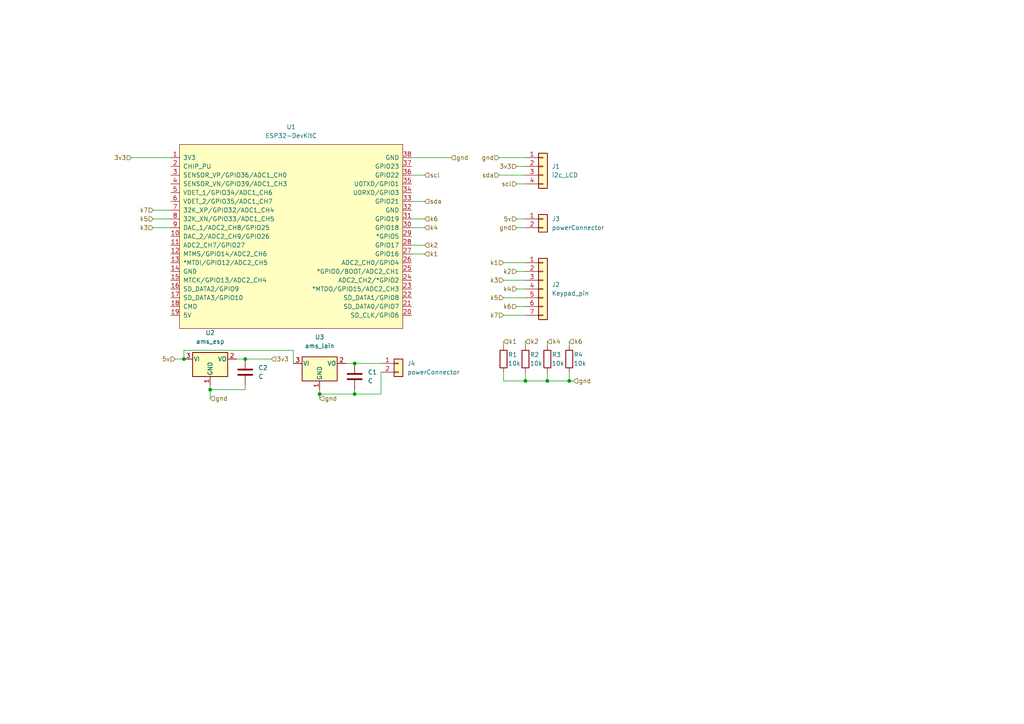
<source format=kicad_sch>
(kicad_sch (version 20211123) (generator eeschema)

  (uuid d4dfff4a-9d6b-4df6-b7ec-a961574d3198)

  (paper "A4")

  (lib_symbols
    (symbol "Connector_Generic:Conn_01x02" (pin_names (offset 1.016) hide) (in_bom yes) (on_board yes)
      (property "Reference" "J" (id 0) (at 0 2.54 0)
        (effects (font (size 1.27 1.27)))
      )
      (property "Value" "Conn_01x02" (id 1) (at 0 -5.08 0)
        (effects (font (size 1.27 1.27)))
      )
      (property "Footprint" "" (id 2) (at 0 0 0)
        (effects (font (size 1.27 1.27)) hide)
      )
      (property "Datasheet" "~" (id 3) (at 0 0 0)
        (effects (font (size 1.27 1.27)) hide)
      )
      (property "ki_keywords" "connector" (id 4) (at 0 0 0)
        (effects (font (size 1.27 1.27)) hide)
      )
      (property "ki_description" "Generic connector, single row, 01x02, script generated (kicad-library-utils/schlib/autogen/connector/)" (id 5) (at 0 0 0)
        (effects (font (size 1.27 1.27)) hide)
      )
      (property "ki_fp_filters" "Connector*:*_1x??_*" (id 6) (at 0 0 0)
        (effects (font (size 1.27 1.27)) hide)
      )
      (symbol "Conn_01x02_1_1"
        (rectangle (start -1.27 -2.413) (end 0 -2.667)
          (stroke (width 0.1524) (type default) (color 0 0 0 0))
          (fill (type none))
        )
        (rectangle (start -1.27 0.127) (end 0 -0.127)
          (stroke (width 0.1524) (type default) (color 0 0 0 0))
          (fill (type none))
        )
        (rectangle (start -1.27 1.27) (end 1.27 -3.81)
          (stroke (width 0.254) (type default) (color 0 0 0 0))
          (fill (type background))
        )
        (pin passive line (at -5.08 0 0) (length 3.81)
          (name "Pin_1" (effects (font (size 1.27 1.27))))
          (number "1" (effects (font (size 1.27 1.27))))
        )
        (pin passive line (at -5.08 -2.54 0) (length 3.81)
          (name "Pin_2" (effects (font (size 1.27 1.27))))
          (number "2" (effects (font (size 1.27 1.27))))
        )
      )
    )
    (symbol "Connector_Generic:Conn_01x04" (pin_names (offset 1.016) hide) (in_bom yes) (on_board yes)
      (property "Reference" "J" (id 0) (at 0 5.08 0)
        (effects (font (size 1.27 1.27)))
      )
      (property "Value" "Conn_01x04" (id 1) (at 0 -7.62 0)
        (effects (font (size 1.27 1.27)))
      )
      (property "Footprint" "" (id 2) (at 0 0 0)
        (effects (font (size 1.27 1.27)) hide)
      )
      (property "Datasheet" "~" (id 3) (at 0 0 0)
        (effects (font (size 1.27 1.27)) hide)
      )
      (property "ki_keywords" "connector" (id 4) (at 0 0 0)
        (effects (font (size 1.27 1.27)) hide)
      )
      (property "ki_description" "Generic connector, single row, 01x04, script generated (kicad-library-utils/schlib/autogen/connector/)" (id 5) (at 0 0 0)
        (effects (font (size 1.27 1.27)) hide)
      )
      (property "ki_fp_filters" "Connector*:*_1x??_*" (id 6) (at 0 0 0)
        (effects (font (size 1.27 1.27)) hide)
      )
      (symbol "Conn_01x04_1_1"
        (rectangle (start -1.27 -4.953) (end 0 -5.207)
          (stroke (width 0.1524) (type default) (color 0 0 0 0))
          (fill (type none))
        )
        (rectangle (start -1.27 -2.413) (end 0 -2.667)
          (stroke (width 0.1524) (type default) (color 0 0 0 0))
          (fill (type none))
        )
        (rectangle (start -1.27 0.127) (end 0 -0.127)
          (stroke (width 0.1524) (type default) (color 0 0 0 0))
          (fill (type none))
        )
        (rectangle (start -1.27 2.667) (end 0 2.413)
          (stroke (width 0.1524) (type default) (color 0 0 0 0))
          (fill (type none))
        )
        (rectangle (start -1.27 3.81) (end 1.27 -6.35)
          (stroke (width 0.254) (type default) (color 0 0 0 0))
          (fill (type background))
        )
        (pin passive line (at -5.08 2.54 0) (length 3.81)
          (name "Pin_1" (effects (font (size 1.27 1.27))))
          (number "1" (effects (font (size 1.27 1.27))))
        )
        (pin passive line (at -5.08 0 0) (length 3.81)
          (name "Pin_2" (effects (font (size 1.27 1.27))))
          (number "2" (effects (font (size 1.27 1.27))))
        )
        (pin passive line (at -5.08 -2.54 0) (length 3.81)
          (name "Pin_3" (effects (font (size 1.27 1.27))))
          (number "3" (effects (font (size 1.27 1.27))))
        )
        (pin passive line (at -5.08 -5.08 0) (length 3.81)
          (name "Pin_4" (effects (font (size 1.27 1.27))))
          (number "4" (effects (font (size 1.27 1.27))))
        )
      )
    )
    (symbol "Connector_Generic:Conn_01x07" (pin_names (offset 1.016) hide) (in_bom yes) (on_board yes)
      (property "Reference" "J" (id 0) (at 0 10.16 0)
        (effects (font (size 1.27 1.27)))
      )
      (property "Value" "Conn_01x07" (id 1) (at 0 -10.16 0)
        (effects (font (size 1.27 1.27)))
      )
      (property "Footprint" "" (id 2) (at 0 0 0)
        (effects (font (size 1.27 1.27)) hide)
      )
      (property "Datasheet" "~" (id 3) (at 0 0 0)
        (effects (font (size 1.27 1.27)) hide)
      )
      (property "ki_keywords" "connector" (id 4) (at 0 0 0)
        (effects (font (size 1.27 1.27)) hide)
      )
      (property "ki_description" "Generic connector, single row, 01x07, script generated (kicad-library-utils/schlib/autogen/connector/)" (id 5) (at 0 0 0)
        (effects (font (size 1.27 1.27)) hide)
      )
      (property "ki_fp_filters" "Connector*:*_1x??_*" (id 6) (at 0 0 0)
        (effects (font (size 1.27 1.27)) hide)
      )
      (symbol "Conn_01x07_1_1"
        (rectangle (start -1.27 -7.493) (end 0 -7.747)
          (stroke (width 0.1524) (type default) (color 0 0 0 0))
          (fill (type none))
        )
        (rectangle (start -1.27 -4.953) (end 0 -5.207)
          (stroke (width 0.1524) (type default) (color 0 0 0 0))
          (fill (type none))
        )
        (rectangle (start -1.27 -2.413) (end 0 -2.667)
          (stroke (width 0.1524) (type default) (color 0 0 0 0))
          (fill (type none))
        )
        (rectangle (start -1.27 0.127) (end 0 -0.127)
          (stroke (width 0.1524) (type default) (color 0 0 0 0))
          (fill (type none))
        )
        (rectangle (start -1.27 2.667) (end 0 2.413)
          (stroke (width 0.1524) (type default) (color 0 0 0 0))
          (fill (type none))
        )
        (rectangle (start -1.27 5.207) (end 0 4.953)
          (stroke (width 0.1524) (type default) (color 0 0 0 0))
          (fill (type none))
        )
        (rectangle (start -1.27 7.747) (end 0 7.493)
          (stroke (width 0.1524) (type default) (color 0 0 0 0))
          (fill (type none))
        )
        (rectangle (start -1.27 8.89) (end 1.27 -8.89)
          (stroke (width 0.254) (type default) (color 0 0 0 0))
          (fill (type background))
        )
        (pin passive line (at -5.08 7.62 0) (length 3.81)
          (name "Pin_1" (effects (font (size 1.27 1.27))))
          (number "1" (effects (font (size 1.27 1.27))))
        )
        (pin passive line (at -5.08 5.08 0) (length 3.81)
          (name "Pin_2" (effects (font (size 1.27 1.27))))
          (number "2" (effects (font (size 1.27 1.27))))
        )
        (pin passive line (at -5.08 2.54 0) (length 3.81)
          (name "Pin_3" (effects (font (size 1.27 1.27))))
          (number "3" (effects (font (size 1.27 1.27))))
        )
        (pin passive line (at -5.08 0 0) (length 3.81)
          (name "Pin_4" (effects (font (size 1.27 1.27))))
          (number "4" (effects (font (size 1.27 1.27))))
        )
        (pin passive line (at -5.08 -2.54 0) (length 3.81)
          (name "Pin_5" (effects (font (size 1.27 1.27))))
          (number "5" (effects (font (size 1.27 1.27))))
        )
        (pin passive line (at -5.08 -5.08 0) (length 3.81)
          (name "Pin_6" (effects (font (size 1.27 1.27))))
          (number "6" (effects (font (size 1.27 1.27))))
        )
        (pin passive line (at -5.08 -7.62 0) (length 3.81)
          (name "Pin_7" (effects (font (size 1.27 1.27))))
          (number "7" (effects (font (size 1.27 1.27))))
        )
      )
    )
    (symbol "Device:C" (pin_numbers hide) (pin_names (offset 0.254)) (in_bom yes) (on_board yes)
      (property "Reference" "C" (id 0) (at 0.635 2.54 0)
        (effects (font (size 1.27 1.27)) (justify left))
      )
      (property "Value" "C" (id 1) (at 0.635 -2.54 0)
        (effects (font (size 1.27 1.27)) (justify left))
      )
      (property "Footprint" "" (id 2) (at 0.9652 -3.81 0)
        (effects (font (size 1.27 1.27)) hide)
      )
      (property "Datasheet" "~" (id 3) (at 0 0 0)
        (effects (font (size 1.27 1.27)) hide)
      )
      (property "ki_keywords" "cap capacitor" (id 4) (at 0 0 0)
        (effects (font (size 1.27 1.27)) hide)
      )
      (property "ki_description" "Unpolarized capacitor" (id 5) (at 0 0 0)
        (effects (font (size 1.27 1.27)) hide)
      )
      (property "ki_fp_filters" "C_*" (id 6) (at 0 0 0)
        (effects (font (size 1.27 1.27)) hide)
      )
      (symbol "C_0_1"
        (polyline
          (pts
            (xy -2.032 -0.762)
            (xy 2.032 -0.762)
          )
          (stroke (width 0.508) (type default) (color 0 0 0 0))
          (fill (type none))
        )
        (polyline
          (pts
            (xy -2.032 0.762)
            (xy 2.032 0.762)
          )
          (stroke (width 0.508) (type default) (color 0 0 0 0))
          (fill (type none))
        )
      )
      (symbol "C_1_1"
        (pin passive line (at 0 3.81 270) (length 2.794)
          (name "~" (effects (font (size 1.27 1.27))))
          (number "1" (effects (font (size 1.27 1.27))))
        )
        (pin passive line (at 0 -3.81 90) (length 2.794)
          (name "~" (effects (font (size 1.27 1.27))))
          (number "2" (effects (font (size 1.27 1.27))))
        )
      )
    )
    (symbol "Device:R" (pin_numbers hide) (pin_names (offset 0)) (in_bom yes) (on_board yes)
      (property "Reference" "R" (id 0) (at 2.032 0 90)
        (effects (font (size 1.27 1.27)))
      )
      (property "Value" "R" (id 1) (at 0 0 90)
        (effects (font (size 1.27 1.27)))
      )
      (property "Footprint" "" (id 2) (at -1.778 0 90)
        (effects (font (size 1.27 1.27)) hide)
      )
      (property "Datasheet" "~" (id 3) (at 0 0 0)
        (effects (font (size 1.27 1.27)) hide)
      )
      (property "ki_keywords" "R res resistor" (id 4) (at 0 0 0)
        (effects (font (size 1.27 1.27)) hide)
      )
      (property "ki_description" "Resistor" (id 5) (at 0 0 0)
        (effects (font (size 1.27 1.27)) hide)
      )
      (property "ki_fp_filters" "R_*" (id 6) (at 0 0 0)
        (effects (font (size 1.27 1.27)) hide)
      )
      (symbol "R_0_1"
        (rectangle (start -1.016 -2.54) (end 1.016 2.54)
          (stroke (width 0.254) (type default) (color 0 0 0 0))
          (fill (type none))
        )
      )
      (symbol "R_1_1"
        (pin passive line (at 0 3.81 270) (length 1.27)
          (name "~" (effects (font (size 1.27 1.27))))
          (number "1" (effects (font (size 1.27 1.27))))
        )
        (pin passive line (at 0 -3.81 90) (length 1.27)
          (name "~" (effects (font (size 1.27 1.27))))
          (number "2" (effects (font (size 1.27 1.27))))
        )
      )
    )
    (symbol "Espressif:ESP32-DevKitC" (pin_names (offset 1.016)) (in_bom yes) (on_board yes)
      (property "Reference" "U" (id 0) (at -8.89 26.67 0)
        (effects (font (size 1.27 1.27)))
      )
      (property "Value" "ESP32-DevKitC" (id 1) (at 0 -29.21 0)
        (effects (font (size 1.27 1.27)))
      )
      (property "Footprint" "Espressif:ESP32-DevKitC" (id 2) (at 0 -31.75 0)
        (effects (font (size 1.27 1.27)) hide)
      )
      (property "Datasheet" "https://docs.espressif.com/projects/esp-idf/zh_CN/latest/esp32/hw-reference/esp32/get-started-devkitc.html" (id 3) (at 0 -34.29 0)
        (effects (font (size 1.27 1.27)) hide)
      )
      (property "ki_keywords" "ESP32" (id 4) (at 0 0 0)
        (effects (font (size 1.27 1.27)) hide)
      )
      (property "ki_description" "Development Kit" (id 5) (at 0 0 0)
        (effects (font (size 1.27 1.27)) hide)
      )
      (symbol "ESP32-DevKitC_0_0"
        (pin power_in line (at -33.02 -11.43 0) (length 2.54)
          (name "GND" (effects (font (size 1.27 1.27))))
          (number "14" (effects (font (size 1.27 1.27))))
        )
        (pin power_in line (at -33.02 -24.13 0) (length 2.54)
          (name "5V" (effects (font (size 1.27 1.27))))
          (number "19" (effects (font (size 1.27 1.27))))
        )
      )
      (symbol "ESP32-DevKitC_0_1"
        (rectangle (start -30.48 25.4) (end 34.29 -27.94)
          (stroke (width 0) (type default) (color 0 0 0 0))
          (fill (type background))
        )
      )
      (symbol "ESP32-DevKitC_1_1"
        (pin power_in line (at -33.02 21.59 0) (length 2.54)
          (name "3V3" (effects (font (size 1.27 1.27))))
          (number "1" (effects (font (size 1.27 1.27))))
        )
        (pin bidirectional line (at -33.02 -1.27 0) (length 2.54)
          (name "DAC_2/ADC2_CH9/GPIO26" (effects (font (size 1.27 1.27))))
          (number "10" (effects (font (size 1.27 1.27))))
        )
        (pin bidirectional line (at -33.02 -3.81 0) (length 2.54)
          (name "ADC2_CH7/GPIO27" (effects (font (size 1.27 1.27))))
          (number "11" (effects (font (size 1.27 1.27))))
        )
        (pin bidirectional line (at -33.02 -6.35 0) (length 2.54)
          (name "MTMS/GPIO14/ADC2_CH6" (effects (font (size 1.27 1.27))))
          (number "12" (effects (font (size 1.27 1.27))))
        )
        (pin bidirectional line (at -33.02 -8.89 0) (length 2.54)
          (name "*MTDI/GPIO12/ADC2_CH5" (effects (font (size 1.27 1.27))))
          (number "13" (effects (font (size 1.27 1.27))))
        )
        (pin bidirectional line (at -33.02 -13.97 0) (length 2.54)
          (name "MTCK/GPIO13/ADC2_CH4" (effects (font (size 1.27 1.27))))
          (number "15" (effects (font (size 1.27 1.27))))
        )
        (pin bidirectional line (at -33.02 -16.51 0) (length 2.54)
          (name "SD_DATA2/GPIO9" (effects (font (size 1.27 1.27))))
          (number "16" (effects (font (size 1.27 1.27))))
        )
        (pin bidirectional line (at -33.02 -19.05 0) (length 2.54)
          (name "SD_DATA3/GPIO10" (effects (font (size 1.27 1.27))))
          (number "17" (effects (font (size 1.27 1.27))))
        )
        (pin bidirectional line (at -33.02 -21.59 0) (length 2.54)
          (name "CMD" (effects (font (size 1.27 1.27))))
          (number "18" (effects (font (size 1.27 1.27))))
        )
        (pin input line (at -33.02 19.05 0) (length 2.54)
          (name "CHIP_PU" (effects (font (size 1.27 1.27))))
          (number "2" (effects (font (size 1.27 1.27))))
        )
        (pin bidirectional line (at 36.83 -24.13 180) (length 2.54)
          (name "SD_CLK/GPIO6" (effects (font (size 1.27 1.27))))
          (number "20" (effects (font (size 1.27 1.27))))
        )
        (pin bidirectional line (at 36.83 -21.59 180) (length 2.54)
          (name "SD_DATA0/GPIO7" (effects (font (size 1.27 1.27))))
          (number "21" (effects (font (size 1.27 1.27))))
        )
        (pin bidirectional line (at 36.83 -19.05 180) (length 2.54)
          (name "SD_DATA1/GPIO8" (effects (font (size 1.27 1.27))))
          (number "22" (effects (font (size 1.27 1.27))))
        )
        (pin bidirectional line (at 36.83 -16.51 180) (length 2.54)
          (name "*MTDO/GPIO15/ADC2_CH3" (effects (font (size 1.27 1.27))))
          (number "23" (effects (font (size 1.27 1.27))))
        )
        (pin bidirectional line (at 36.83 -13.97 180) (length 2.54)
          (name "ADC2_CH2/*GPIO2" (effects (font (size 1.27 1.27))))
          (number "24" (effects (font (size 1.27 1.27))))
        )
        (pin bidirectional line (at 36.83 -11.43 180) (length 2.54)
          (name "*GPIO0/BOOT/ADC2_CH1" (effects (font (size 1.27 1.27))))
          (number "25" (effects (font (size 1.27 1.27))))
        )
        (pin bidirectional line (at 36.83 -8.89 180) (length 2.54)
          (name "ADC2_CH0/GPIO4" (effects (font (size 1.27 1.27))))
          (number "26" (effects (font (size 1.27 1.27))))
        )
        (pin bidirectional line (at 36.83 -6.35 180) (length 2.54)
          (name "GPIO16" (effects (font (size 1.27 1.27))))
          (number "27" (effects (font (size 1.27 1.27))))
        )
        (pin bidirectional line (at 36.83 -3.81 180) (length 2.54)
          (name "GPIO17" (effects (font (size 1.27 1.27))))
          (number "28" (effects (font (size 1.27 1.27))))
        )
        (pin bidirectional line (at 36.83 -1.27 180) (length 2.54)
          (name "*GPIO5" (effects (font (size 1.27 1.27))))
          (number "29" (effects (font (size 1.27 1.27))))
        )
        (pin input line (at -33.02 16.51 0) (length 2.54)
          (name "SENSOR_VP/GPIO36/ADC1_CH0" (effects (font (size 1.27 1.27))))
          (number "3" (effects (font (size 1.27 1.27))))
        )
        (pin bidirectional line (at 36.83 1.27 180) (length 2.54)
          (name "GPIO18" (effects (font (size 1.27 1.27))))
          (number "30" (effects (font (size 1.27 1.27))))
        )
        (pin bidirectional line (at 36.83 3.81 180) (length 2.54)
          (name "GPIO19" (effects (font (size 1.27 1.27))))
          (number "31" (effects (font (size 1.27 1.27))))
        )
        (pin power_in line (at 36.83 6.35 180) (length 2.54)
          (name "GND" (effects (font (size 1.27 1.27))))
          (number "32" (effects (font (size 1.27 1.27))))
        )
        (pin bidirectional line (at 36.83 8.89 180) (length 2.54)
          (name "GPIO21" (effects (font (size 1.27 1.27))))
          (number "33" (effects (font (size 1.27 1.27))))
        )
        (pin bidirectional line (at 36.83 11.43 180) (length 2.54)
          (name "U0RXD/GPIO3" (effects (font (size 1.27 1.27))))
          (number "34" (effects (font (size 1.27 1.27))))
        )
        (pin bidirectional line (at 36.83 13.97 180) (length 2.54)
          (name "U0TXD/GPIO1" (effects (font (size 1.27 1.27))))
          (number "35" (effects (font (size 1.27 1.27))))
        )
        (pin bidirectional line (at 36.83 16.51 180) (length 2.54)
          (name "GPIO22" (effects (font (size 1.27 1.27))))
          (number "36" (effects (font (size 1.27 1.27))))
        )
        (pin bidirectional line (at 36.83 19.05 180) (length 2.54)
          (name "GPIO23" (effects (font (size 1.27 1.27))))
          (number "37" (effects (font (size 1.27 1.27))))
        )
        (pin power_in line (at 36.83 21.59 180) (length 2.54)
          (name "GND" (effects (font (size 1.27 1.27))))
          (number "38" (effects (font (size 1.27 1.27))))
        )
        (pin input line (at -33.02 13.97 0) (length 2.54)
          (name "SENSOR_VN/GPIO39/ADC1_CH3" (effects (font (size 1.27 1.27))))
          (number "4" (effects (font (size 1.27 1.27))))
        )
        (pin input line (at -33.02 11.43 0) (length 2.54)
          (name "VDET_1/GPIO34/ADC1_CH6" (effects (font (size 1.27 1.27))))
          (number "5" (effects (font (size 1.27 1.27))))
        )
        (pin input line (at -33.02 8.89 0) (length 2.54)
          (name "VDET_2/GPIO35/ADC1_CH7" (effects (font (size 1.27 1.27))))
          (number "6" (effects (font (size 1.27 1.27))))
        )
        (pin bidirectional line (at -33.02 6.35 0) (length 2.54)
          (name "32K_XP/GPIO32/ADC1_CH4" (effects (font (size 1.27 1.27))))
          (number "7" (effects (font (size 1.27 1.27))))
        )
        (pin bidirectional line (at -33.02 3.81 0) (length 2.54)
          (name "32K_XN/GPIO33/ADC1_CH5" (effects (font (size 1.27 1.27))))
          (number "8" (effects (font (size 1.27 1.27))))
        )
        (pin bidirectional line (at -33.02 1.27 0) (length 2.54)
          (name "DAC_1/ADC2_CH8/GPIO25" (effects (font (size 1.27 1.27))))
          (number "9" (effects (font (size 1.27 1.27))))
        )
      )
    )
    (symbol "Regulator_Linear:AMS1117-3.3" (pin_names (offset 0.254)) (in_bom yes) (on_board yes)
      (property "Reference" "U" (id 0) (at -3.81 3.175 0)
        (effects (font (size 1.27 1.27)))
      )
      (property "Value" "AMS1117-3.3" (id 1) (at 0 3.175 0)
        (effects (font (size 1.27 1.27)) (justify left))
      )
      (property "Footprint" "Package_TO_SOT_SMD:SOT-223-3_TabPin2" (id 2) (at 0 5.08 0)
        (effects (font (size 1.27 1.27)) hide)
      )
      (property "Datasheet" "http://www.advanced-monolithic.com/pdf/ds1117.pdf" (id 3) (at 2.54 -6.35 0)
        (effects (font (size 1.27 1.27)) hide)
      )
      (property "ki_keywords" "linear regulator ldo fixed positive" (id 4) (at 0 0 0)
        (effects (font (size 1.27 1.27)) hide)
      )
      (property "ki_description" "1A Low Dropout regulator, positive, 3.3V fixed output, SOT-223" (id 5) (at 0 0 0)
        (effects (font (size 1.27 1.27)) hide)
      )
      (property "ki_fp_filters" "SOT?223*TabPin2*" (id 6) (at 0 0 0)
        (effects (font (size 1.27 1.27)) hide)
      )
      (symbol "AMS1117-3.3_0_1"
        (rectangle (start -5.08 -5.08) (end 5.08 1.905)
          (stroke (width 0.254) (type default) (color 0 0 0 0))
          (fill (type background))
        )
      )
      (symbol "AMS1117-3.3_1_1"
        (pin power_in line (at 0 -7.62 90) (length 2.54)
          (name "GND" (effects (font (size 1.27 1.27))))
          (number "1" (effects (font (size 1.27 1.27))))
        )
        (pin power_out line (at 7.62 0 180) (length 2.54)
          (name "VO" (effects (font (size 1.27 1.27))))
          (number "2" (effects (font (size 1.27 1.27))))
        )
        (pin power_in line (at -7.62 0 0) (length 2.54)
          (name "VI" (effects (font (size 1.27 1.27))))
          (number "3" (effects (font (size 1.27 1.27))))
        )
      )
    )
  )

  (junction (at 71.12 104.14) (diameter 0) (color 0 0 0 0)
    (uuid 0669540a-de2a-48b5-bcc0-4e78ef8c6c7d)
  )
  (junction (at 158.75 110.49) (diameter 0) (color 0 0 0 0)
    (uuid 26dda891-534c-4f02-bd9e-6558121f8eb2)
  )
  (junction (at 92.71 114.3) (diameter 0) (color 0 0 0 0)
    (uuid 2fa590df-f4c8-44f4-a295-a078fd8300e2)
  )
  (junction (at 152.4 110.49) (diameter 0) (color 0 0 0 0)
    (uuid 37f4db4a-d5b1-4cbc-909b-eb4444a72b2d)
  )
  (junction (at 60.96 113.03) (diameter 0) (color 0 0 0 0)
    (uuid 395c34fa-e9db-46af-99f7-ba60b992a3c2)
  )
  (junction (at 102.87 114.3) (diameter 0) (color 0 0 0 0)
    (uuid 58d067aa-adf2-4a5e-919f-a4e856482cc8)
  )
  (junction (at 102.87 105.41) (diameter 0) (color 0 0 0 0)
    (uuid b00b37fa-b9a0-4a3b-80ea-b4cd25fcf22d)
  )
  (junction (at 165.1 110.49) (diameter 0) (color 0 0 0 0)
    (uuid c1233653-f0d3-4fef-a342-76533c091ecc)
  )
  (junction (at 53.34 104.14) (diameter 0) (color 0 0 0 0)
    (uuid d9ae49fe-9a36-472a-b824-7bf2e3842e7d)
  )

  (wire (pts (xy 144.78 50.8) (xy 152.4 50.8))
    (stroke (width 0) (type default) (color 0 0 0 0))
    (uuid 0313051d-55cd-4164-b4aa-5a2b417c3e3a)
  )
  (wire (pts (xy 60.96 113.03) (xy 71.12 113.03))
    (stroke (width 0) (type default) (color 0 0 0 0))
    (uuid 035ea384-109a-427e-95e4-11f36f07031f)
  )
  (wire (pts (xy 44.45 66.04) (xy 49.53 66.04))
    (stroke (width 0) (type default) (color 0 0 0 0))
    (uuid 055e2f26-774d-4999-8a10-f65d40466451)
  )
  (wire (pts (xy 119.38 45.72) (xy 130.81 45.72))
    (stroke (width 0) (type default) (color 0 0 0 0))
    (uuid 1410a9c9-f9e1-4a31-a9a5-4fe417a280a2)
  )
  (wire (pts (xy 50.8 104.14) (xy 53.34 104.14))
    (stroke (width 0) (type default) (color 0 0 0 0))
    (uuid 1b66f371-50d9-4707-bbdf-9846e15562ef)
  )
  (wire (pts (xy 158.75 99.06) (xy 158.75 100.33))
    (stroke (width 0) (type default) (color 0 0 0 0))
    (uuid 1c08cfd0-09c3-41bd-bdba-38d8e2b05859)
  )
  (wire (pts (xy 44.45 60.96) (xy 49.53 60.96))
    (stroke (width 0) (type default) (color 0 0 0 0))
    (uuid 21e1b524-a6e6-4465-905b-758e227af8d6)
  )
  (wire (pts (xy 102.87 105.41) (xy 110.49 105.41))
    (stroke (width 0) (type default) (color 0 0 0 0))
    (uuid 27b01333-a271-4d5e-867e-b3a6cd3febb7)
  )
  (wire (pts (xy 102.87 114.3) (xy 110.49 114.3))
    (stroke (width 0) (type default) (color 0 0 0 0))
    (uuid 2d76fda8-e6b2-4791-a71e-7000946bc2c6)
  )
  (wire (pts (xy 44.45 63.5) (xy 49.53 63.5))
    (stroke (width 0) (type default) (color 0 0 0 0))
    (uuid 30c6f87b-734d-4a3f-a0bb-c95233fa2250)
  )
  (wire (pts (xy 146.05 107.95) (xy 146.05 110.49))
    (stroke (width 0) (type default) (color 0 0 0 0))
    (uuid 36bf22d3-654c-4473-a2f3-c2375954c052)
  )
  (wire (pts (xy 149.86 66.04) (xy 152.4 66.04))
    (stroke (width 0) (type default) (color 0 0 0 0))
    (uuid 379ad4b8-c152-4c8f-a555-dcb423981719)
  )
  (wire (pts (xy 119.38 71.12) (xy 123.19 71.12))
    (stroke (width 0) (type default) (color 0 0 0 0))
    (uuid 39b9f2a1-7a77-4ab4-b99d-ad6964277201)
  )
  (wire (pts (xy 92.71 114.3) (xy 92.71 115.57))
    (stroke (width 0) (type default) (color 0 0 0 0))
    (uuid 3a3827a4-0f92-4fb3-bf39-fb0e0a16ad85)
  )
  (wire (pts (xy 158.75 110.49) (xy 165.1 110.49))
    (stroke (width 0) (type default) (color 0 0 0 0))
    (uuid 3b28da21-f63d-435c-a6ba-db3e3458dbed)
  )
  (wire (pts (xy 165.1 110.49) (xy 166.37 110.49))
    (stroke (width 0) (type default) (color 0 0 0 0))
    (uuid 3d239c95-2fe2-4db0-a99b-23fc990271cf)
  )
  (wire (pts (xy 92.71 113.03) (xy 92.71 114.3))
    (stroke (width 0) (type default) (color 0 0 0 0))
    (uuid 4a37ac2c-c3a0-4453-b7c0-451e01d2ad8c)
  )
  (wire (pts (xy 152.4 110.49) (xy 158.75 110.49))
    (stroke (width 0) (type default) (color 0 0 0 0))
    (uuid 580de975-6a5d-4d4c-997e-5dd2c216a9ad)
  )
  (wire (pts (xy 71.12 113.03) (xy 71.12 111.76))
    (stroke (width 0) (type default) (color 0 0 0 0))
    (uuid 5a20ed60-2095-4b7c-b90c-6067cf3389cf)
  )
  (wire (pts (xy 149.86 78.74) (xy 152.4 78.74))
    (stroke (width 0) (type default) (color 0 0 0 0))
    (uuid 5ae016ad-9f95-4bad-9f1a-508698098c72)
  )
  (wire (pts (xy 152.4 107.95) (xy 152.4 110.49))
    (stroke (width 0) (type default) (color 0 0 0 0))
    (uuid 66627dbf-1b38-46d8-b8b6-f5e7f97d8082)
  )
  (wire (pts (xy 165.1 110.49) (xy 165.1 107.95))
    (stroke (width 0) (type default) (color 0 0 0 0))
    (uuid 6a13159b-c224-4213-aed6-5ac7da5525aa)
  )
  (wire (pts (xy 53.34 101.6) (xy 53.34 104.14))
    (stroke (width 0) (type default) (color 0 0 0 0))
    (uuid 6a437c56-0200-446b-8624-eb0ab59ef698)
  )
  (wire (pts (xy 60.96 113.03) (xy 60.96 115.57))
    (stroke (width 0) (type default) (color 0 0 0 0))
    (uuid 6abbb624-79bb-44fe-ae01-a07a0e49d0ea)
  )
  (wire (pts (xy 146.05 91.44) (xy 152.4 91.44))
    (stroke (width 0) (type default) (color 0 0 0 0))
    (uuid 6bcea617-ee0f-4b5a-842e-4412db09073d)
  )
  (wire (pts (xy 38.1 45.72) (xy 49.53 45.72))
    (stroke (width 0) (type default) (color 0 0 0 0))
    (uuid 7ceaa5a0-84b1-40c1-8c1f-a7c0288b0142)
  )
  (wire (pts (xy 100.33 105.41) (xy 102.87 105.41))
    (stroke (width 0) (type default) (color 0 0 0 0))
    (uuid 7e91e770-7306-4dcc-a0ea-04a34998e95d)
  )
  (wire (pts (xy 92.71 114.3) (xy 102.87 114.3))
    (stroke (width 0) (type default) (color 0 0 0 0))
    (uuid 80bcb4b9-1274-4bd1-971f-235d16ebabf5)
  )
  (wire (pts (xy 146.05 86.36) (xy 152.4 86.36))
    (stroke (width 0) (type default) (color 0 0 0 0))
    (uuid 92bfbf5c-18cc-46e0-bffd-8faf96435277)
  )
  (wire (pts (xy 158.75 107.95) (xy 158.75 110.49))
    (stroke (width 0) (type default) (color 0 0 0 0))
    (uuid 9649aace-65e1-441d-8495-5944f12a5e00)
  )
  (wire (pts (xy 119.38 66.04) (xy 123.19 66.04))
    (stroke (width 0) (type default) (color 0 0 0 0))
    (uuid af15bade-878a-46c9-87e2-72d641415a63)
  )
  (wire (pts (xy 149.86 88.9) (xy 152.4 88.9))
    (stroke (width 0) (type default) (color 0 0 0 0))
    (uuid afe835ac-6a79-415d-a7fa-01e3eb36b890)
  )
  (wire (pts (xy 119.38 58.42) (xy 123.19 58.42))
    (stroke (width 0) (type default) (color 0 0 0 0))
    (uuid b30dc870-2b57-4a17-9d46-af3b5bbbc174)
  )
  (wire (pts (xy 149.86 53.34) (xy 152.4 53.34))
    (stroke (width 0) (type default) (color 0 0 0 0))
    (uuid b36d7921-6af3-4975-9099-625f53e61ade)
  )
  (wire (pts (xy 144.78 45.72) (xy 152.4 45.72))
    (stroke (width 0) (type default) (color 0 0 0 0))
    (uuid cf97f1f7-c6c9-44d5-b2f9-4e8cdf508a8d)
  )
  (wire (pts (xy 149.86 83.82) (xy 152.4 83.82))
    (stroke (width 0) (type default) (color 0 0 0 0))
    (uuid d00c1a6a-e3cc-4ad1-8077-c92d0d852eb4)
  )
  (wire (pts (xy 85.09 105.41) (xy 85.09 101.6))
    (stroke (width 0) (type default) (color 0 0 0 0))
    (uuid d2e74518-21fd-4f44-bdc5-3f1926f3eaaa)
  )
  (wire (pts (xy 152.4 99.06) (xy 152.4 100.33))
    (stroke (width 0) (type default) (color 0 0 0 0))
    (uuid d7887920-76fa-431c-a090-540e0eafb0c1)
  )
  (wire (pts (xy 110.49 107.95) (xy 110.49 114.3))
    (stroke (width 0) (type default) (color 0 0 0 0))
    (uuid d7e4dec5-044a-489d-9501-eb0beefe6cb1)
  )
  (wire (pts (xy 60.96 111.76) (xy 60.96 113.03))
    (stroke (width 0) (type default) (color 0 0 0 0))
    (uuid d8105c4c-6549-438c-a62c-b8480ce45100)
  )
  (wire (pts (xy 85.09 101.6) (xy 53.34 101.6))
    (stroke (width 0) (type default) (color 0 0 0 0))
    (uuid d949ff36-80d4-4192-bf07-a1ef6cf5cf57)
  )
  (wire (pts (xy 149.86 48.26) (xy 152.4 48.26))
    (stroke (width 0) (type default) (color 0 0 0 0))
    (uuid dbf30cad-8680-4173-b1eb-5d1cbb430486)
  )
  (wire (pts (xy 102.87 114.3) (xy 102.87 113.03))
    (stroke (width 0) (type default) (color 0 0 0 0))
    (uuid e2e30358-1f6f-405c-b3fa-8f3ad75e1818)
  )
  (wire (pts (xy 119.38 63.5) (xy 123.19 63.5))
    (stroke (width 0) (type default) (color 0 0 0 0))
    (uuid e59efe87-0d1a-4c25-9b0a-beafeeb46c45)
  )
  (wire (pts (xy 165.1 99.06) (xy 165.1 100.33))
    (stroke (width 0) (type default) (color 0 0 0 0))
    (uuid e7d999f5-b436-484b-ae9a-ab1ddd09a452)
  )
  (wire (pts (xy 146.05 99.06) (xy 146.05 100.33))
    (stroke (width 0) (type default) (color 0 0 0 0))
    (uuid ed2a72a6-0bd5-476d-8c4b-c675b359d658)
  )
  (wire (pts (xy 149.86 63.5) (xy 152.4 63.5))
    (stroke (width 0) (type default) (color 0 0 0 0))
    (uuid edaee280-3088-494b-8b70-edb4dcaa406e)
  )
  (wire (pts (xy 146.05 110.49) (xy 152.4 110.49))
    (stroke (width 0) (type default) (color 0 0 0 0))
    (uuid eddabcba-da7d-4f54-baaa-429cb483cade)
  )
  (wire (pts (xy 68.58 104.14) (xy 71.12 104.14))
    (stroke (width 0) (type default) (color 0 0 0 0))
    (uuid f17d6d66-ea6e-498a-b58c-745df1f5a20b)
  )
  (wire (pts (xy 146.05 76.2) (xy 152.4 76.2))
    (stroke (width 0) (type default) (color 0 0 0 0))
    (uuid f1d2b37d-25c4-4b54-8072-e987b55f6aa4)
  )
  (wire (pts (xy 146.05 81.28) (xy 152.4 81.28))
    (stroke (width 0) (type default) (color 0 0 0 0))
    (uuid f6611de7-e696-415a-b142-2bfe06f98a9a)
  )
  (wire (pts (xy 71.12 104.14) (xy 78.74 104.14))
    (stroke (width 0) (type default) (color 0 0 0 0))
    (uuid f7aff65b-67ab-422e-b901-a035ebc73310)
  )
  (wire (pts (xy 119.38 73.66) (xy 123.19 73.66))
    (stroke (width 0) (type default) (color 0 0 0 0))
    (uuid faf7979b-1b7f-438d-b297-8b0ff290354b)
  )
  (wire (pts (xy 119.38 50.8) (xy 123.19 50.8))
    (stroke (width 0) (type default) (color 0 0 0 0))
    (uuid ff056cb6-f0ff-4a13-a17b-556c603574a7)
  )

  (hierarchical_label "scl" (shape input) (at 149.86 53.34 180)
    (effects (font (size 1.27 1.27)) (justify right))
    (uuid 069bdd84-f4d5-4bb1-9454-52cd633a4346)
  )
  (hierarchical_label "k1" (shape input) (at 146.05 76.2 180)
    (effects (font (size 1.27 1.27)) (justify right))
    (uuid 104252b1-7302-4899-b453-acffda47e691)
  )
  (hierarchical_label "gnd" (shape input) (at 92.71 115.57 0)
    (effects (font (size 1.27 1.27)) (justify left))
    (uuid 203aeb26-4a23-45a2-82d1-f0e16b11815b)
  )
  (hierarchical_label "3v3" (shape input) (at 78.74 104.14 0)
    (effects (font (size 1.27 1.27)) (justify left))
    (uuid 23732178-78cf-4ae5-b3b1-b056186293c3)
  )
  (hierarchical_label "k7" (shape input) (at 146.05 91.44 180)
    (effects (font (size 1.27 1.27)) (justify right))
    (uuid 301ed080-b082-4694-a133-4497e6d49ab4)
  )
  (hierarchical_label "k4" (shape input) (at 149.86 83.82 180)
    (effects (font (size 1.27 1.27)) (justify right))
    (uuid 354769ec-04c5-4e8a-a55b-81e0ebcb8e2d)
  )
  (hierarchical_label "k3" (shape input) (at 146.05 81.28 180)
    (effects (font (size 1.27 1.27)) (justify right))
    (uuid 359aade2-6a77-4fc6-b482-aabfcc35ca6c)
  )
  (hierarchical_label "gnd" (shape input) (at 149.86 66.04 180)
    (effects (font (size 1.27 1.27)) (justify right))
    (uuid 392b9e34-94f7-44a6-98de-5e33829f9377)
  )
  (hierarchical_label "3v3" (shape input) (at 38.1 45.72 180)
    (effects (font (size 1.27 1.27)) (justify right))
    (uuid 3f0c00c3-2df0-4d38-9be7-ccf9fe5382ca)
  )
  (hierarchical_label "k2" (shape input) (at 123.19 71.12 0)
    (effects (font (size 1.27 1.27)) (justify left))
    (uuid 4ae25881-2b66-4f3a-b7e6-b55852236ddd)
  )
  (hierarchical_label "k3" (shape input) (at 44.45 66.04 180)
    (effects (font (size 1.27 1.27)) (justify right))
    (uuid 55396446-8a66-46d8-b779-ae8530d8ba80)
  )
  (hierarchical_label "gnd" (shape input) (at 144.78 45.72 180)
    (effects (font (size 1.27 1.27)) (justify right))
    (uuid 55f8c863-d2f4-446e-a3d4-4a1407c98e79)
  )
  (hierarchical_label "k5" (shape input) (at 44.45 63.5 180)
    (effects (font (size 1.27 1.27)) (justify right))
    (uuid 5ddd6b7b-27d4-46fb-9992-0aa4a8c596ba)
  )
  (hierarchical_label "k1" (shape input) (at 123.19 73.66 0)
    (effects (font (size 1.27 1.27)) (justify left))
    (uuid 5ff1e3af-b3f4-4e88-aefe-053aad4e6d6f)
  )
  (hierarchical_label "5v" (shape input) (at 50.8 104.14 180)
    (effects (font (size 1.27 1.27)) (justify right))
    (uuid 6025308b-3ea5-476c-8993-24cd18957d53)
  )
  (hierarchical_label "k6" (shape input) (at 149.86 88.9 180)
    (effects (font (size 1.27 1.27)) (justify right))
    (uuid 6a2eb755-5f48-4700-aaed-328cce253245)
  )
  (hierarchical_label "k7" (shape input) (at 44.45 60.96 180)
    (effects (font (size 1.27 1.27)) (justify right))
    (uuid 6ab409c4-e2a7-420f-85b6-f119e6c9a19c)
  )
  (hierarchical_label "gnd" (shape input) (at 166.37 110.49 0)
    (effects (font (size 1.27 1.27)) (justify left))
    (uuid 6f91f194-511e-4232-b16f-cc480741e438)
  )
  (hierarchical_label "sda" (shape input) (at 144.78 50.8 180)
    (effects (font (size 1.27 1.27)) (justify right))
    (uuid 7d4dddd6-7706-43c8-8a25-55b0c9aede2e)
  )
  (hierarchical_label "k6" (shape input) (at 123.19 63.5 0)
    (effects (font (size 1.27 1.27)) (justify left))
    (uuid 84fab029-e83c-4076-8a8c-67af19691b05)
  )
  (hierarchical_label "gnd" (shape input) (at 60.96 115.57 0)
    (effects (font (size 1.27 1.27)) (justify left))
    (uuid 94862d0e-fae0-4be6-929a-e1256285b662)
  )
  (hierarchical_label "scl" (shape input) (at 123.19 50.8 0)
    (effects (font (size 1.27 1.27)) (justify left))
    (uuid 97560955-c2f1-41d6-bb66-3de00d3418d4)
  )
  (hierarchical_label "k4" (shape input) (at 123.19 66.04 0)
    (effects (font (size 1.27 1.27)) (justify left))
    (uuid 9920a60a-778e-4954-b05d-7114e21fc07b)
  )
  (hierarchical_label "3v3" (shape input) (at 149.86 48.26 180)
    (effects (font (size 1.27 1.27)) (justify right))
    (uuid 9a8c5f24-ca90-4284-b0ba-6764b9f85a92)
  )
  (hierarchical_label "gnd" (shape input) (at 130.81 45.72 0)
    (effects (font (size 1.27 1.27)) (justify left))
    (uuid 9dc4925c-433a-427d-86d3-396dc06658e2)
  )
  (hierarchical_label "k2" (shape input) (at 152.4 99.06 0)
    (effects (font (size 1.27 1.27)) (justify left))
    (uuid b22b37ef-f585-4e5b-834e-3ba1fe982f00)
  )
  (hierarchical_label "sda" (shape input) (at 123.19 58.42 0)
    (effects (font (size 1.27 1.27)) (justify left))
    (uuid badf312b-56c8-4644-920b-3f47f89788b8)
  )
  (hierarchical_label "5v" (shape input) (at 149.86 63.5 180)
    (effects (font (size 1.27 1.27)) (justify right))
    (uuid c10dc52f-32e1-4cd1-b28d-f98d511d697a)
  )
  (hierarchical_label "k1" (shape input) (at 146.05 99.06 0)
    (effects (font (size 1.27 1.27)) (justify left))
    (uuid e4f727d3-9641-4bd4-8c4c-e0bfdba77a0a)
  )
  (hierarchical_label "k4" (shape input) (at 158.75 99.06 0)
    (effects (font (size 1.27 1.27)) (justify left))
    (uuid e520dc33-3702-429c-b612-2ef3cf9266d9)
  )
  (hierarchical_label "k6" (shape input) (at 165.1 99.06 0)
    (effects (font (size 1.27 1.27)) (justify left))
    (uuid f61126d7-5c76-4685-8b30-f82943f4d870)
  )
  (hierarchical_label "k2" (shape input) (at 149.86 78.74 180)
    (effects (font (size 1.27 1.27)) (justify right))
    (uuid f87193fa-6fa9-4f67-95d7-739f385e4c7c)
  )
  (hierarchical_label "k5" (shape input) (at 146.05 86.36 180)
    (effects (font (size 1.27 1.27)) (justify right))
    (uuid fb01e0cc-9d4f-4c17-a8c4-58c09cecbe89)
  )

  (symbol (lib_id "Regulator_Linear:AMS1117-3.3") (at 60.96 104.14 0) (unit 1)
    (in_bom yes) (on_board yes) (fields_autoplaced)
    (uuid 062badd4-6145-49b4-aff7-59358b6316ed)
    (property "Reference" "U2" (id 0) (at 60.96 96.52 0))
    (property "Value" "ams_esp" (id 1) (at 60.96 99.06 0))
    (property "Footprint" "Package_TO_SOT_SMD:SOT-223-3_TabPin2" (id 2) (at 60.96 99.06 0)
      (effects (font (size 1.27 1.27)) hide)
    )
    (property "Datasheet" "http://www.advanced-monolithic.com/pdf/ds1117.pdf" (id 3) (at 63.5 110.49 0)
      (effects (font (size 1.27 1.27)) hide)
    )
    (pin "1" (uuid 3d184d46-7ec7-42a2-ad88-46505e42f91b))
    (pin "2" (uuid 8c5aa0db-b275-46de-9072-0aa6d8c99a11))
    (pin "3" (uuid de9fe84b-bdb5-4687-990b-958374f60865))
  )

  (symbol (lib_id "Connector_Generic:Conn_01x02") (at 157.48 63.5 0) (unit 1)
    (in_bom yes) (on_board yes) (fields_autoplaced)
    (uuid 0eeffd37-82c7-4751-9758-a5263578c32c)
    (property "Reference" "J3" (id 0) (at 160.02 63.4999 0)
      (effects (font (size 1.27 1.27)) (justify left))
    )
    (property "Value" "powerConnector" (id 1) (at 160.02 66.0399 0)
      (effects (font (size 1.27 1.27)) (justify left))
    )
    (property "Footprint" "Connector_Phoenix_MSTB:PhoenixContact_MSTBVA_2,5_2-G-5,08_1x02_P5.08mm_Vertical" (id 2) (at 157.48 63.5 0)
      (effects (font (size 1.27 1.27)) hide)
    )
    (property "Datasheet" "~" (id 3) (at 157.48 63.5 0)
      (effects (font (size 1.27 1.27)) hide)
    )
    (pin "1" (uuid 309004d5-2830-460a-87b4-4523109cf292))
    (pin "2" (uuid 245bcaeb-912e-4255-a5f6-85e8eed5c937))
  )

  (symbol (lib_id "Device:R") (at 158.75 104.14 0) (unit 1)
    (in_bom yes) (on_board yes)
    (uuid 4a486d7e-fbad-45ca-a0cd-7fccaca17eec)
    (property "Reference" "R3" (id 0) (at 160.02 102.87 0)
      (effects (font (size 1.27 1.27)) (justify left))
    )
    (property "Value" "10k" (id 1) (at 160.02 105.41 0)
      (effects (font (size 1.27 1.27)) (justify left))
    )
    (property "Footprint" "Resistor_SMD:R_0201_0603Metric_Pad0.64x0.40mm_HandSolder" (id 2) (at 156.972 104.14 90)
      (effects (font (size 1.27 1.27)) hide)
    )
    (property "Datasheet" "~" (id 3) (at 158.75 104.14 0)
      (effects (font (size 1.27 1.27)) hide)
    )
    (pin "1" (uuid cc87f772-c3dc-4842-a735-89efadb00612))
    (pin "2" (uuid bf9734c6-5812-43b4-a8cb-8baa08f34bd9))
  )

  (symbol (lib_id "Device:R") (at 152.4 104.14 0) (unit 1)
    (in_bom yes) (on_board yes)
    (uuid 6988b1bd-62e9-430f-bda8-4b8bcee39960)
    (property "Reference" "R2" (id 0) (at 153.67 102.87 0)
      (effects (font (size 1.27 1.27)) (justify left))
    )
    (property "Value" "10k" (id 1) (at 153.67 105.41 0)
      (effects (font (size 1.27 1.27)) (justify left))
    )
    (property "Footprint" "Resistor_SMD:R_0201_0603Metric_Pad0.64x0.40mm_HandSolder" (id 2) (at 150.622 104.14 90)
      (effects (font (size 1.27 1.27)) hide)
    )
    (property "Datasheet" "~" (id 3) (at 152.4 104.14 0)
      (effects (font (size 1.27 1.27)) hide)
    )
    (pin "1" (uuid fea38072-d778-46c5-99c6-8439324de3c8))
    (pin "2" (uuid e92b77c8-8c69-407e-ac81-9f1391e18e4a))
  )

  (symbol (lib_id "Connector_Generic:Conn_01x07") (at 157.48 83.82 0) (unit 1)
    (in_bom yes) (on_board yes) (fields_autoplaced)
    (uuid 87e1b290-5e3b-466f-ab84-9936883b26b1)
    (property "Reference" "J2" (id 0) (at 160.02 82.5499 0)
      (effects (font (size 1.27 1.27)) (justify left))
    )
    (property "Value" "Keypad_pin" (id 1) (at 160.02 85.0899 0)
      (effects (font (size 1.27 1.27)) (justify left))
    )
    (property "Footprint" "Connector_PinSocket_2.54mm:PinSocket_1x07_P2.54mm_Vertical" (id 2) (at 157.48 83.82 0)
      (effects (font (size 1.27 1.27)) hide)
    )
    (property "Datasheet" "~" (id 3) (at 157.48 83.82 0)
      (effects (font (size 1.27 1.27)) hide)
    )
    (pin "1" (uuid 29aa6ab7-9f7a-44c4-9759-4b2e6c051939))
    (pin "2" (uuid f490bbb4-8490-473b-a9c5-87aaf7b47594))
    (pin "3" (uuid 6682a52c-8d6f-412f-855c-7263e9fe2842))
    (pin "4" (uuid 0b0c1483-dfde-4a20-a483-ef539d49f835))
    (pin "5" (uuid e65ebdc3-328b-4dbe-9393-a15ab29b8fc6))
    (pin "6" (uuid b3f7dab7-c6ec-46dd-aae1-dd8c293647d9))
    (pin "7" (uuid ac1adb36-f977-46c1-9163-fa517653ad8f))
  )

  (symbol (lib_id "Connector_Generic:Conn_01x02") (at 115.57 105.41 0) (unit 1)
    (in_bom yes) (on_board yes) (fields_autoplaced)
    (uuid 8ba86349-64dd-4495-9b85-236ed4721f01)
    (property "Reference" "J4" (id 0) (at 118.11 105.4099 0)
      (effects (font (size 1.27 1.27)) (justify left))
    )
    (property "Value" "powerConnector" (id 1) (at 118.11 107.9499 0)
      (effects (font (size 1.27 1.27)) (justify left))
    )
    (property "Footprint" "Connector_Phoenix_MSTB:PhoenixContact_MSTBVA_2,5_2-G-5,08_1x02_P5.08mm_Vertical" (id 2) (at 115.57 105.41 0)
      (effects (font (size 1.27 1.27)) hide)
    )
    (property "Datasheet" "~" (id 3) (at 115.57 105.41 0)
      (effects (font (size 1.27 1.27)) hide)
    )
    (pin "1" (uuid bcd252b9-42af-4f62-8ca8-ee9f1716ef5d))
    (pin "2" (uuid dbab6b59-7d03-47c0-b60e-8d0a0a3958d9))
  )

  (symbol (lib_id "Connector_Generic:Conn_01x04") (at 157.48 48.26 0) (unit 1)
    (in_bom yes) (on_board yes) (fields_autoplaced)
    (uuid 99b12b7d-8d6f-45ff-b3f6-a8901816cab2)
    (property "Reference" "J1" (id 0) (at 160.02 48.2599 0)
      (effects (font (size 1.27 1.27)) (justify left))
    )
    (property "Value" "i2c_LCD" (id 1) (at 160.02 50.7999 0)
      (effects (font (size 1.27 1.27)) (justify left))
    )
    (property "Footprint" "Connector_PinSocket_2.54mm:PinSocket_1x04_P2.54mm_Vertical" (id 2) (at 157.48 48.26 0)
      (effects (font (size 1.27 1.27)) hide)
    )
    (property "Datasheet" "~" (id 3) (at 157.48 48.26 0)
      (effects (font (size 1.27 1.27)) hide)
    )
    (pin "1" (uuid cc90394b-50cc-48b9-a2c3-273700243948))
    (pin "2" (uuid bd6f6243-d110-488a-8963-e0dbaf7d2554))
    (pin "3" (uuid a01ed532-6c38-4dea-8a08-c35dc86844d4))
    (pin "4" (uuid e89e234f-fa05-4e31-92a8-e61293e564a6))
  )

  (symbol (lib_id "Regulator_Linear:AMS1117-3.3") (at 92.71 105.41 0) (unit 1)
    (in_bom yes) (on_board yes) (fields_autoplaced)
    (uuid 99c8b2b9-a0af-4676-a26a-3c71ca862030)
    (property "Reference" "U3" (id 0) (at 92.71 97.79 0))
    (property "Value" "ams_lain" (id 1) (at 92.71 100.33 0))
    (property "Footprint" "Package_TO_SOT_SMD:SOT-223-3_TabPin2" (id 2) (at 92.71 100.33 0)
      (effects (font (size 1.27 1.27)) hide)
    )
    (property "Datasheet" "http://www.advanced-monolithic.com/pdf/ds1117.pdf" (id 3) (at 95.25 111.76 0)
      (effects (font (size 1.27 1.27)) hide)
    )
    (pin "1" (uuid cead2005-9c6e-4b40-b249-bf14f20948b2))
    (pin "2" (uuid 7be0e98f-b08e-4679-8401-a13ac40dae26))
    (pin "3" (uuid 291c837b-a326-4e42-9fc3-a78ea666b11b))
  )

  (symbol (lib_id "Device:R") (at 165.1 104.14 0) (unit 1)
    (in_bom yes) (on_board yes)
    (uuid b63c1de1-5f70-47f8-a355-7006cf6c8164)
    (property "Reference" "R4" (id 0) (at 166.37 102.87 0)
      (effects (font (size 1.27 1.27)) (justify left))
    )
    (property "Value" "10k" (id 1) (at 166.37 105.41 0)
      (effects (font (size 1.27 1.27)) (justify left))
    )
    (property "Footprint" "Resistor_SMD:R_0201_0603Metric_Pad0.64x0.40mm_HandSolder" (id 2) (at 163.322 104.14 90)
      (effects (font (size 1.27 1.27)) hide)
    )
    (property "Datasheet" "~" (id 3) (at 165.1 104.14 0)
      (effects (font (size 1.27 1.27)) hide)
    )
    (pin "1" (uuid 5463732d-3061-4a12-9db1-cc7be79185e2))
    (pin "2" (uuid 07a99591-2dbd-49a9-8bc6-d80c3fa8d12b))
  )

  (symbol (lib_id "Espressif:ESP32-DevKitC") (at 82.55 67.31 0) (unit 1)
    (in_bom yes) (on_board yes) (fields_autoplaced)
    (uuid c3933307-f61b-41a7-a293-95a44c833c51)
    (property "Reference" "U1" (id 0) (at 84.455 36.83 0))
    (property "Value" "ESP32-DevKitC" (id 1) (at 84.455 39.37 0))
    (property "Footprint" "Espressif:ESP32-DevKitC" (id 2) (at 82.55 99.06 0)
      (effects (font (size 1.27 1.27)) hide)
    )
    (property "Datasheet" "https://docs.espressif.com/projects/esp-idf/zh_CN/latest/esp32/hw-reference/esp32/get-started-devkitc.html" (id 3) (at 82.55 101.6 0)
      (effects (font (size 1.27 1.27)) hide)
    )
    (pin "14" (uuid ea66acad-803b-4ce4-8467-b7a6bd5b0019))
    (pin "19" (uuid c8128918-2e6c-4f4f-9123-9c2fb0c08968))
    (pin "1" (uuid e58da87c-0683-4b83-8164-79a4daa19dab))
    (pin "10" (uuid e9053956-e68c-402c-811b-85931dfa0478))
    (pin "11" (uuid 303862dc-ea94-4e7f-b579-aa578767a457))
    (pin "12" (uuid e65cf34a-b75f-4629-bd19-2433fd7eb55b))
    (pin "13" (uuid d8d622a7-0ca0-4816-8cb4-ceeaacc3c9e7))
    (pin "15" (uuid 166c8f39-7fe3-4d70-af46-e4ee9e03b258))
    (pin "16" (uuid 5e1e9510-66c6-4de1-8815-c256f9452b49))
    (pin "17" (uuid 3a2c36f9-1998-4608-8c2c-5eb046e71a93))
    (pin "18" (uuid 017f7162-fb7a-49c9-b3a4-80c6a806d4ad))
    (pin "2" (uuid a163557c-ec4f-4099-bc7b-5796d4053e68))
    (pin "20" (uuid 03cf9d80-3cc7-435e-9575-a7b12bbf05ef))
    (pin "21" (uuid 16303df7-c76d-487b-829d-bf4c0bcd8203))
    (pin "22" (uuid fd7bf5c2-dcac-4561-85fc-7d3eb5620a99))
    (pin "23" (uuid 775c5854-e2da-4f23-b6ee-e880025ea6c2))
    (pin "24" (uuid 2d42b5a7-8562-4893-945b-d517a904accc))
    (pin "25" (uuid a9ee7fdf-c67b-4795-8f8b-2b7e4b9a9395))
    (pin "26" (uuid 1e19e0b3-3e8a-4dd6-9fe8-456c7c57f6f9))
    (pin "27" (uuid f3faedff-45cd-4de1-ad65-436ddeb67114))
    (pin "28" (uuid 4cbbff3d-cd0b-41ea-8761-6468770d3683))
    (pin "29" (uuid 63fcdc5c-e2f1-466d-b8de-01744baca81b))
    (pin "3" (uuid 0d48e03e-fa8a-4c23-921d-920f897ec234))
    (pin "30" (uuid 34b38755-51bd-4ee8-a340-ee77a3046688))
    (pin "31" (uuid 0a59c249-1ea0-4a39-9f00-31bcc4787f8c))
    (pin "32" (uuid 91daa1d9-9ec6-4522-973f-cff2fd5eb9e5))
    (pin "33" (uuid 7826768f-3932-4dcd-b362-92d3b145af21))
    (pin "34" (uuid 45b12393-eee8-41d1-8bdd-c332f3b51a42))
    (pin "35" (uuid 7abf6d39-511b-40d4-85d5-acf5e26e3f7f))
    (pin "36" (uuid add73ed2-e693-49d5-b7ba-c1a4fd5e01d9))
    (pin "37" (uuid f3087417-55e2-422b-afeb-851908018758))
    (pin "38" (uuid 04b09539-994e-45ab-be51-ce4efb8d8a75))
    (pin "4" (uuid 8ddeb819-e187-48aa-b504-d7ed1e0d9be7))
    (pin "5" (uuid 7f887ded-f222-40e5-b83b-6dea81c3eef6))
    (pin "6" (uuid 7a83c635-67fb-4728-81a7-7dd29da4d250))
    (pin "7" (uuid 97a43ec6-45f1-4e80-b78a-f6739cbabc55))
    (pin "8" (uuid feeb1965-05c1-4b3e-a989-93f2b56e1c34))
    (pin "9" (uuid c7380979-459d-4aaf-8ff4-91ad9e203b63))
  )

  (symbol (lib_id "Device:R") (at 146.05 104.14 0) (unit 1)
    (in_bom yes) (on_board yes)
    (uuid c47a6250-3ac1-42a5-b4aa-101102c7a5a5)
    (property "Reference" "R1" (id 0) (at 147.32 102.87 0)
      (effects (font (size 1.27 1.27)) (justify left))
    )
    (property "Value" "10k" (id 1) (at 147.32 105.41 0)
      (effects (font (size 1.27 1.27)) (justify left))
    )
    (property "Footprint" "Resistor_SMD:R_0201_0603Metric_Pad0.64x0.40mm_HandSolder" (id 2) (at 144.272 104.14 90)
      (effects (font (size 1.27 1.27)) hide)
    )
    (property "Datasheet" "~" (id 3) (at 146.05 104.14 0)
      (effects (font (size 1.27 1.27)) hide)
    )
    (pin "1" (uuid 6cb80625-dffa-494a-aaf5-9c1d2641d257))
    (pin "2" (uuid 04c1338d-a5a1-4009-bb28-c645e89a058a))
  )

  (symbol (lib_id "Device:C") (at 102.87 109.22 0) (unit 1)
    (in_bom yes) (on_board yes) (fields_autoplaced)
    (uuid dc6a180b-ccf2-4e1d-9148-d07447358e7c)
    (property "Reference" "C1" (id 0) (at 106.68 107.9499 0)
      (effects (font (size 1.27 1.27)) (justify left))
    )
    (property "Value" "C" (id 1) (at 106.68 110.4899 0)
      (effects (font (size 1.27 1.27)) (justify left))
    )
    (property "Footprint" "Capacitor_SMD:C_0201_0603Metric_Pad0.64x0.40mm_HandSolder" (id 2) (at 103.8352 113.03 0)
      (effects (font (size 1.27 1.27)) hide)
    )
    (property "Datasheet" "~" (id 3) (at 102.87 109.22 0)
      (effects (font (size 1.27 1.27)) hide)
    )
    (pin "1" (uuid 43a5f4ec-80b1-4f76-8d7e-1739fff539f8))
    (pin "2" (uuid aa3328e4-671c-4907-8c7e-43da29522c6c))
  )

  (symbol (lib_id "Device:C") (at 71.12 107.95 0) (unit 1)
    (in_bom yes) (on_board yes) (fields_autoplaced)
    (uuid fd99f27f-0921-4efc-a0f5-c897a3915fe2)
    (property "Reference" "C2" (id 0) (at 74.93 106.6799 0)
      (effects (font (size 1.27 1.27)) (justify left))
    )
    (property "Value" "C" (id 1) (at 74.93 109.2199 0)
      (effects (font (size 1.27 1.27)) (justify left))
    )
    (property "Footprint" "Capacitor_SMD:C_0201_0603Metric_Pad0.64x0.40mm_HandSolder" (id 2) (at 72.0852 111.76 0)
      (effects (font (size 1.27 1.27)) hide)
    )
    (property "Datasheet" "~" (id 3) (at 71.12 107.95 0)
      (effects (font (size 1.27 1.27)) hide)
    )
    (pin "1" (uuid 4a12c677-7f98-4840-a3cb-701099dc6678))
    (pin "2" (uuid e941bd86-e48f-402c-91b1-5406af1ba3ec))
  )

  (sheet_instances
    (path "/" (page "1"))
  )

  (symbol_instances
    (path "/dc6a180b-ccf2-4e1d-9148-d07447358e7c"
      (reference "C1") (unit 1) (value "C") (footprint "Capacitor_SMD:C_0201_0603Metric_Pad0.64x0.40mm_HandSolder")
    )
    (path "/fd99f27f-0921-4efc-a0f5-c897a3915fe2"
      (reference "C2") (unit 1) (value "C") (footprint "Capacitor_SMD:C_0201_0603Metric_Pad0.64x0.40mm_HandSolder")
    )
    (path "/99b12b7d-8d6f-45ff-b3f6-a8901816cab2"
      (reference "J1") (unit 1) (value "i2c_LCD") (footprint "Connector_PinSocket_2.54mm:PinSocket_1x04_P2.54mm_Vertical")
    )
    (path "/87e1b290-5e3b-466f-ab84-9936883b26b1"
      (reference "J2") (unit 1) (value "Keypad_pin") (footprint "Connector_PinSocket_2.54mm:PinSocket_1x07_P2.54mm_Vertical")
    )
    (path "/0eeffd37-82c7-4751-9758-a5263578c32c"
      (reference "J3") (unit 1) (value "powerConnector") (footprint "Connector_Phoenix_MSTB:PhoenixContact_MSTBVA_2,5_2-G-5,08_1x02_P5.08mm_Vertical")
    )
    (path "/8ba86349-64dd-4495-9b85-236ed4721f01"
      (reference "J4") (unit 1) (value "powerConnector") (footprint "Connector_Phoenix_MSTB:PhoenixContact_MSTBVA_2,5_2-G-5,08_1x02_P5.08mm_Vertical")
    )
    (path "/c47a6250-3ac1-42a5-b4aa-101102c7a5a5"
      (reference "R1") (unit 1) (value "10k") (footprint "Resistor_SMD:R_0201_0603Metric_Pad0.64x0.40mm_HandSolder")
    )
    (path "/6988b1bd-62e9-430f-bda8-4b8bcee39960"
      (reference "R2") (unit 1) (value "10k") (footprint "Resistor_SMD:R_0201_0603Metric_Pad0.64x0.40mm_HandSolder")
    )
    (path "/4a486d7e-fbad-45ca-a0cd-7fccaca17eec"
      (reference "R3") (unit 1) (value "10k") (footprint "Resistor_SMD:R_0201_0603Metric_Pad0.64x0.40mm_HandSolder")
    )
    (path "/b63c1de1-5f70-47f8-a355-7006cf6c8164"
      (reference "R4") (unit 1) (value "10k") (footprint "Resistor_SMD:R_0201_0603Metric_Pad0.64x0.40mm_HandSolder")
    )
    (path "/c3933307-f61b-41a7-a293-95a44c833c51"
      (reference "U1") (unit 1) (value "ESP32-DevKitC") (footprint "Espressif:ESP32-DevKitC")
    )
    (path "/062badd4-6145-49b4-aff7-59358b6316ed"
      (reference "U2") (unit 1) (value "ams_esp") (footprint "Package_TO_SOT_SMD:SOT-223-3_TabPin2")
    )
    (path "/99c8b2b9-a0af-4676-a26a-3c71ca862030"
      (reference "U3") (unit 1) (value "ams_lain") (footprint "Package_TO_SOT_SMD:SOT-223-3_TabPin2")
    )
  )
)

</source>
